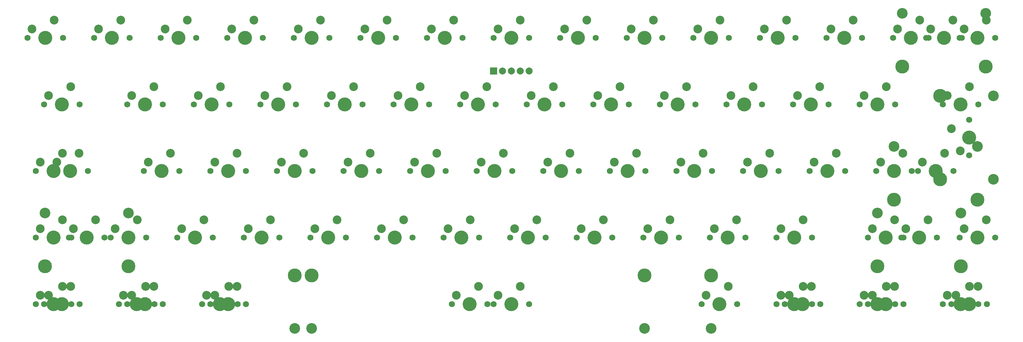
<source format=gbr>
%TF.GenerationSoftware,KiCad,Pcbnew,8.0.1*%
%TF.CreationDate,2025-05-08T03:48:04+09:00*%
%TF.ProjectId,neo60core_rp2040,6e656f36-3063-46f7-9265-5f7270323034,rev?*%
%TF.SameCoordinates,Original*%
%TF.FileFunction,Soldermask,Top*%
%TF.FilePolarity,Negative*%
%FSLAX46Y46*%
G04 Gerber Fmt 4.6, Leading zero omitted, Abs format (unit mm)*
G04 Created by KiCad (PCBNEW 8.0.1) date 2025-05-08 03:48:04*
%MOMM*%
%LPD*%
G01*
G04 APERTURE LIST*
%ADD10C,1.750000*%
%ADD11C,4.000000*%
%ADD12C,2.500000*%
%ADD13C,2.000000*%
%ADD14R,2.000000X2.000000*%
%ADD15C,3.048000*%
%ADD16C,3.987800*%
G04 APERTURE END LIST*
D10*
%TO.C,MX47*%
X154463750Y-90487500D03*
D11*
X159543750Y-90487500D03*
D10*
X164623750Y-90487500D03*
D12*
X155733750Y-87947500D03*
X162083750Y-85407500D03*
%TD*%
D10*
%TO.C,MX27*%
X273526250Y-52387500D03*
D11*
X278606250Y-52387500D03*
D10*
X283686250Y-52387500D03*
D12*
X274796250Y-49847500D03*
X281146250Y-47307500D03*
%TD*%
D10*
%TO.C,MX20*%
X140176250Y-52387500D03*
D11*
X145256250Y-52387500D03*
D10*
X150336250Y-52387500D03*
D12*
X141446250Y-49847500D03*
X147796250Y-47307500D03*
%TD*%
D10*
%TO.C,MX28*%
X297338750Y-52387500D03*
D11*
X302418750Y-52387500D03*
D10*
X307498750Y-52387500D03*
D12*
X298608750Y-49847500D03*
X304958750Y-47307500D03*
%TD*%
D10*
%TO.C,MX35*%
X163988750Y-71437500D03*
D11*
X169068750Y-71437500D03*
D10*
X174148750Y-71437500D03*
D12*
X165258750Y-68897500D03*
X171608750Y-66357500D03*
%TD*%
D10*
%TO.C,MX5*%
X111601250Y-33337500D03*
D11*
X116681250Y-33337500D03*
D10*
X121761250Y-33337500D03*
D12*
X112871250Y-30797500D03*
X119221250Y-28257500D03*
%TD*%
D13*
%TO.C,J1*%
X178911249Y-42862500D03*
X176371250Y-42862500D03*
X173831250Y-42862500D03*
X171291250Y-42862500D03*
D14*
X168751251Y-42862500D03*
%TD*%
D10*
%TO.C,MX44*%
X97313750Y-90487500D03*
D11*
X102393750Y-90487500D03*
D10*
X107473750Y-90487500D03*
D12*
X98583750Y-87947500D03*
X104933750Y-85407500D03*
%TD*%
D10*
%TO.C,MX21*%
X159226250Y-52387500D03*
D11*
X164306250Y-52387500D03*
D10*
X169386250Y-52387500D03*
D12*
X160496250Y-49847500D03*
X166846250Y-47307500D03*
%TD*%
D10*
%TO.C,MX8*%
X168751250Y-33337500D03*
D11*
X173831250Y-33337500D03*
D10*
X178911250Y-33337500D03*
D12*
X170021250Y-30797500D03*
X176371250Y-28257500D03*
%TD*%
D10*
%TO.C,MX69*%
X87788750Y-109537500D03*
D11*
X92868750Y-109537500D03*
D10*
X97948750Y-109537500D03*
D12*
X89058750Y-106997500D03*
X95408750Y-104457500D03*
%TD*%
D10*
%TO.C,MX58*%
X228282500Y-109537500D03*
D11*
X233362500Y-109537500D03*
D10*
X238442500Y-109537500D03*
D12*
X229552500Y-106997500D03*
X235902500Y-104457500D03*
%TD*%
D10*
%TO.C,MX34*%
X144938750Y-71437500D03*
D11*
X150018750Y-71437500D03*
D10*
X155098750Y-71437500D03*
D12*
X146208750Y-68897500D03*
X152558750Y-66357500D03*
%TD*%
D10*
%TO.C,MX31*%
X87788750Y-71437500D03*
D11*
X92868750Y-71437500D03*
D10*
X97948750Y-71437500D03*
D12*
X89058750Y-68897500D03*
X95408750Y-66357500D03*
%TD*%
D10*
%TO.C,MX3*%
X73501250Y-33337500D03*
D11*
X78581250Y-33337500D03*
D10*
X83661250Y-33337500D03*
D12*
X74771250Y-30797500D03*
X81121250Y-28257500D03*
%TD*%
D10*
%TO.C,MX7*%
X149701250Y-33337500D03*
D11*
X154781250Y-33337500D03*
D10*
X159861250Y-33337500D03*
D12*
X150971250Y-30797500D03*
X157321250Y-28257500D03*
%TD*%
D10*
%TO.C,MX60*%
X275907500Y-109537500D03*
D11*
X280987500Y-109537500D03*
D10*
X286067500Y-109537500D03*
D12*
X277177500Y-106997500D03*
X283527500Y-104457500D03*
%TD*%
D10*
%TO.C,MX19*%
X121126250Y-52387500D03*
D11*
X126206250Y-52387500D03*
D10*
X131286250Y-52387500D03*
D12*
X122396250Y-49847500D03*
X128746250Y-47307500D03*
%TD*%
D10*
%TO.C,MX13*%
X264001250Y-33337500D03*
D11*
X269081250Y-33337500D03*
D10*
X274161250Y-33337500D03*
D12*
X265271250Y-30797500D03*
X271621250Y-28257500D03*
%TD*%
D10*
%TO.C,MX46*%
X135413750Y-90487500D03*
D11*
X140493750Y-90487500D03*
D10*
X145573750Y-90487500D03*
D12*
X136683750Y-87947500D03*
X143033750Y-85407500D03*
%TD*%
D10*
%TO.C,MX45*%
X116363750Y-90487500D03*
D11*
X121443750Y-90487500D03*
D10*
X126523750Y-90487500D03*
D12*
X117633750Y-87947500D03*
X123983750Y-85407500D03*
%TD*%
D10*
%TO.C,MX71*%
X273526250Y-109537500D03*
D11*
X278606250Y-109537500D03*
D10*
X283686250Y-109537500D03*
D12*
X274796250Y-106997500D03*
X281146250Y-104457500D03*
%TD*%
D10*
%TO.C,MX48*%
X173513750Y-90487500D03*
D11*
X178593750Y-90487500D03*
D10*
X183673750Y-90487500D03*
D12*
X174783750Y-87947500D03*
X181133750Y-85407500D03*
%TD*%
D10*
%TO.C,MX42*%
X47307500Y-90487500D03*
D11*
X52387500Y-90487500D03*
D10*
X57467500Y-90487500D03*
D12*
X48577500Y-87947500D03*
X54927500Y-85407500D03*
%TD*%
D15*
%TO.C,S41*%
X283337000Y-64452500D03*
D16*
X283337000Y-79662500D03*
D15*
X307213000Y-64452500D03*
D16*
X307213000Y-79662500D03*
%TD*%
D10*
%TO.C,MX4*%
X92551250Y-33337500D03*
D11*
X97631250Y-33337500D03*
D10*
X102711250Y-33337500D03*
D12*
X93821250Y-30797500D03*
X100171250Y-28257500D03*
%TD*%
D15*
%TO.C,S53*%
X278574500Y-83502500D03*
D16*
X278574500Y-98712500D03*
D15*
X302450500Y-83502500D03*
D16*
X302450500Y-98712500D03*
%TD*%
D10*
%TO.C,MX26*%
X254476250Y-52387500D03*
D11*
X259556250Y-52387500D03*
D10*
X264636250Y-52387500D03*
D12*
X255746250Y-49847500D03*
X262096250Y-47307500D03*
%TD*%
D10*
%TO.C,MX73*%
X168751250Y-109537500D03*
D11*
X173831250Y-109537500D03*
D10*
X178911250Y-109537500D03*
D12*
X170021250Y-106997500D03*
X176371250Y-104457500D03*
%TD*%
D10*
%TO.C,MX43*%
X78263750Y-90487500D03*
D11*
X83343750Y-90487500D03*
D10*
X88423750Y-90487500D03*
D12*
X79533750Y-87947500D03*
X85883750Y-85407500D03*
%TD*%
D10*
%TO.C,MX6*%
X130651250Y-33337500D03*
D11*
X135731250Y-33337500D03*
D10*
X140811250Y-33337500D03*
D12*
X131921250Y-30797500D03*
X138271250Y-28257500D03*
%TD*%
D10*
%TO.C,MX32*%
X106838750Y-71437500D03*
D11*
X111918750Y-71437500D03*
D10*
X116998750Y-71437500D03*
D12*
X108108750Y-68897500D03*
X114458750Y-66357500D03*
%TD*%
D10*
%TO.C,MX74*%
X278288751Y-71437500D03*
D11*
X283368750Y-71437500D03*
D10*
X288448749Y-71437500D03*
D12*
X279558750Y-68897500D03*
X285908750Y-66357500D03*
%TD*%
D15*
%TO.C,S57*%
X211925000Y-116522500D03*
D16*
X211925000Y-101312500D03*
D15*
X111925000Y-116522500D03*
D16*
X111925000Y-101312500D03*
%TD*%
D10*
%TO.C,MX17*%
X83026250Y-52387500D03*
D11*
X88106250Y-52387500D03*
D10*
X93186250Y-52387500D03*
D12*
X84296250Y-49847500D03*
X90646250Y-47307500D03*
%TD*%
D10*
%TO.C,MX10*%
X206851250Y-33337500D03*
D11*
X211931250Y-33337500D03*
D10*
X217011250Y-33337500D03*
D12*
X208121250Y-30797500D03*
X214471250Y-28257500D03*
%TD*%
D15*
%TO.C,S2*%
X311785000Y-49974500D03*
D16*
X296575000Y-49974500D03*
D15*
X311785000Y-73850500D03*
D16*
X296575000Y-73850500D03*
%TD*%
D10*
%TO.C,MX75*%
X304800000Y-66992499D03*
D11*
X304800000Y-61912500D03*
D10*
X304800000Y-56832501D03*
D12*
X302260000Y-65722500D03*
X299720000Y-59372500D03*
%TD*%
D10*
%TO.C,MX59*%
X252095000Y-109537500D03*
D11*
X257175000Y-109537500D03*
D10*
X262255000Y-109537500D03*
D12*
X253365000Y-106997500D03*
X259715000Y-104457500D03*
%TD*%
D10*
%TO.C,MX15*%
X40163750Y-52387500D03*
D11*
X45243750Y-52387500D03*
D10*
X50323750Y-52387500D03*
D12*
X41433750Y-49847500D03*
X47783750Y-47307500D03*
%TD*%
D10*
%TO.C,MX9*%
X187801250Y-33337500D03*
D11*
X192881250Y-33337500D03*
D10*
X197961250Y-33337500D03*
D12*
X189071250Y-30797500D03*
X195421250Y-28257500D03*
%TD*%
D10*
%TO.C,MX55*%
X61595000Y-109537500D03*
D11*
X66675000Y-109537500D03*
D10*
X71755000Y-109537500D03*
D12*
X62865000Y-106997500D03*
X69215000Y-104457500D03*
%TD*%
D10*
%TO.C,MX56*%
X85407500Y-109537500D03*
D11*
X90487500Y-109537500D03*
D10*
X95567500Y-109537500D03*
D12*
X86677500Y-106997500D03*
X93027500Y-104457500D03*
%TD*%
D10*
%TO.C,MX77*%
X59213750Y-90487500D03*
D11*
X64293750Y-90487500D03*
D10*
X69373750Y-90487500D03*
D12*
X60483750Y-87947500D03*
X66833750Y-85407500D03*
%TD*%
D10*
%TO.C,MX61*%
X299720000Y-109537500D03*
D11*
X304800000Y-109537500D03*
D10*
X309880000Y-109537500D03*
D12*
X300990000Y-106997500D03*
X307340000Y-104457500D03*
%TD*%
D10*
%TO.C,MX50*%
X211613750Y-90487500D03*
D11*
X216693750Y-90487500D03*
D10*
X221773750Y-90487500D03*
D12*
X212883750Y-87947500D03*
X219233750Y-85407500D03*
%TD*%
D10*
%TO.C,MX25*%
X235426250Y-52387500D03*
D11*
X240506250Y-52387500D03*
D10*
X245586250Y-52387500D03*
D12*
X236696250Y-49847500D03*
X243046250Y-47307500D03*
%TD*%
D10*
%TO.C,MX41*%
X290195000Y-71437500D03*
D11*
X295275000Y-71437500D03*
D10*
X300355000Y-71437500D03*
D12*
X291465000Y-68897500D03*
X297815000Y-66357500D03*
%TD*%
D10*
%TO.C,MX66*%
X302101250Y-90487500D03*
D11*
X307181250Y-90487500D03*
D10*
X312261250Y-90487500D03*
D12*
X303371250Y-87947500D03*
X309721250Y-85407500D03*
%TD*%
D15*
%TO.C,S1*%
X230981250Y-116522499D03*
D16*
X230981250Y-101312500D03*
D15*
X116681250Y-116522499D03*
D16*
X116681250Y-101312500D03*
%TD*%
D10*
%TO.C,MX36*%
X183038750Y-71437500D03*
D11*
X188118750Y-71437500D03*
D10*
X193198750Y-71437500D03*
D12*
X184308750Y-68897500D03*
X190658750Y-66357500D03*
%TD*%
D10*
%TO.C,MX65*%
X37782500Y-71437500D03*
D11*
X42862500Y-71437500D03*
D10*
X47942500Y-71437500D03*
D12*
X39052500Y-68897500D03*
X45402500Y-66357500D03*
%TD*%
D10*
%TO.C,MX24*%
X216376250Y-52387500D03*
D11*
X221456250Y-52387500D03*
D10*
X226536250Y-52387500D03*
D12*
X217646250Y-49847500D03*
X223996250Y-47307500D03*
%TD*%
D10*
%TO.C,MX12*%
X244951250Y-33337500D03*
D11*
X250031250Y-33337500D03*
D10*
X255111250Y-33337500D03*
D12*
X246221250Y-30797500D03*
X252571250Y-28257500D03*
%TD*%
D10*
%TO.C,MX53*%
X285432500Y-90487500D03*
D11*
X290512500Y-90487500D03*
D10*
X295592500Y-90487500D03*
D12*
X286702500Y-87947500D03*
X293052500Y-85407500D03*
%TD*%
D10*
%TO.C,MX11*%
X225901250Y-33337500D03*
D11*
X230981250Y-33337500D03*
D10*
X236061250Y-33337500D03*
D12*
X227171250Y-30797500D03*
X233521250Y-28257500D03*
%TD*%
D10*
%TO.C,MX2*%
X54451250Y-33337500D03*
D11*
X59531250Y-33337500D03*
D10*
X64611250Y-33337500D03*
D12*
X55721250Y-30797500D03*
X62071250Y-28257500D03*
%TD*%
D10*
%TO.C,MX54*%
X37782500Y-109537500D03*
D11*
X42862500Y-109537500D03*
D10*
X47942500Y-109537500D03*
D12*
X39052500Y-106997500D03*
X45402500Y-104457500D03*
%TD*%
D10*
%TO.C,MX76*%
X37782500Y-90487500D03*
D11*
X42862500Y-90487500D03*
D10*
X47942500Y-90487500D03*
D12*
X39052500Y-87947500D03*
X45402500Y-85407500D03*
%TD*%
D10*
%TO.C,MX33*%
X125888750Y-71437500D03*
D11*
X130968750Y-71437500D03*
D10*
X136048750Y-71437500D03*
D12*
X127158750Y-68897500D03*
X133508750Y-66357500D03*
%TD*%
D10*
%TO.C,MX72*%
X297338750Y-109537500D03*
D11*
X302418750Y-109537500D03*
D10*
X307498750Y-109537500D03*
D12*
X298608750Y-106997500D03*
X304958750Y-104457500D03*
%TD*%
D10*
%TO.C,MX23*%
X197326250Y-52387500D03*
D11*
X202406250Y-52387500D03*
D10*
X207486250Y-52387500D03*
D12*
X198596250Y-49847500D03*
X204946250Y-47307500D03*
%TD*%
D10*
%TO.C,MX52*%
X249713750Y-90487500D03*
D11*
X254793750Y-90487500D03*
D10*
X259873750Y-90487500D03*
D12*
X250983750Y-87947500D03*
X257333750Y-85407500D03*
%TD*%
D10*
%TO.C,MX37*%
X202088750Y-71437500D03*
D11*
X207168750Y-71437500D03*
D10*
X212248750Y-71437500D03*
D12*
X203358750Y-68897500D03*
X209708750Y-66357500D03*
%TD*%
D10*
%TO.C,MX16*%
X63976250Y-52387500D03*
D11*
X69056250Y-52387500D03*
D10*
X74136250Y-52387500D03*
D12*
X65246250Y-49847500D03*
X71596250Y-47307500D03*
%TD*%
D10*
%TO.C,MX51*%
X230663750Y-90487500D03*
D11*
X235743750Y-90487500D03*
D10*
X240823750Y-90487500D03*
D12*
X231933750Y-87947500D03*
X238283750Y-85407500D03*
%TD*%
D10*
%TO.C,MX39*%
X240188750Y-71437500D03*
D11*
X245268750Y-71437500D03*
D10*
X250348750Y-71437500D03*
D12*
X241458750Y-68897500D03*
X247808750Y-66357500D03*
%TD*%
D10*
%TO.C,MX62*%
X275907500Y-90487500D03*
D11*
X280987500Y-90487500D03*
D10*
X286067500Y-90487500D03*
D12*
X277177500Y-87947500D03*
X283527500Y-85407500D03*
%TD*%
D10*
%TO.C,MX38*%
X221138750Y-71437500D03*
D11*
X226218750Y-71437500D03*
D10*
X231298750Y-71437500D03*
D12*
X222408750Y-68897500D03*
X228758750Y-66357500D03*
%TD*%
D10*
%TO.C,MX1*%
X35401250Y-33337500D03*
D11*
X40481250Y-33337500D03*
D10*
X45561250Y-33337500D03*
D12*
X36671250Y-30797500D03*
X43021250Y-28257500D03*
%TD*%
D10*
%TO.C,MX40*%
X259238750Y-71437500D03*
D11*
X264318750Y-71437500D03*
D10*
X269398750Y-71437500D03*
D12*
X260508750Y-68897500D03*
X266858750Y-66357500D03*
%TD*%
D10*
%TO.C,MX18*%
X102076250Y-52387500D03*
D11*
X107156250Y-52387500D03*
D10*
X112236250Y-52387500D03*
D12*
X103346250Y-49847500D03*
X109696250Y-47307500D03*
%TD*%
D10*
%TO.C,MX70*%
X249713750Y-109537500D03*
D11*
X254793750Y-109537500D03*
D10*
X259873750Y-109537500D03*
D12*
X250983750Y-106997500D03*
X257333750Y-104457500D03*
%TD*%
D15*
%TO.C,S14*%
X285718250Y-26352500D03*
D16*
X285718250Y-41562500D03*
D15*
X309594250Y-26352500D03*
D16*
X309594250Y-41562500D03*
%TD*%
D15*
%TO.C,S42*%
X40449500Y-83502500D03*
D16*
X40449500Y-98712500D03*
D15*
X64325500Y-83502500D03*
D16*
X64325500Y-98712500D03*
%TD*%
D10*
%TO.C,MX49*%
X192563750Y-90487500D03*
D11*
X197643750Y-90487500D03*
D10*
X202723750Y-90487500D03*
D12*
X193833750Y-87947500D03*
X200183750Y-85407500D03*
%TD*%
D10*
%TO.C,MX29*%
X42545000Y-71437500D03*
D11*
X47625000Y-71437500D03*
D10*
X52705000Y-71437500D03*
D12*
X43815000Y-68897500D03*
X50165000Y-66357500D03*
%TD*%
D10*
%TO.C,MX57*%
X156845000Y-109537500D03*
D11*
X161925000Y-109537500D03*
D10*
X167005000Y-109537500D03*
D12*
X158115000Y-106997500D03*
X164465000Y-104457500D03*
%TD*%
D10*
%TO.C,MX68*%
X63976250Y-109537500D03*
D11*
X69056250Y-109537500D03*
D10*
X74136250Y-109537500D03*
D12*
X65246250Y-106997500D03*
X71596250Y-104457500D03*
%TD*%
D10*
%TO.C,MX30*%
X68738750Y-71437500D03*
D11*
X73818750Y-71437500D03*
D10*
X78898750Y-71437500D03*
D12*
X70008750Y-68897500D03*
X76358750Y-66357500D03*
%TD*%
D10*
%TO.C,MX63*%
X283051250Y-33337500D03*
D11*
X288131250Y-33337500D03*
D10*
X293211250Y-33337500D03*
D12*
X284321250Y-30797500D03*
X290671250Y-28257500D03*
%TD*%
D10*
%TO.C,MX67*%
X40163750Y-109537500D03*
D11*
X45243750Y-109537500D03*
D10*
X50323750Y-109537500D03*
D12*
X41433750Y-106997500D03*
X47783750Y-104457500D03*
%TD*%
D10*
%TO.C,MX22*%
X178276250Y-52387500D03*
D11*
X183356250Y-52387500D03*
D10*
X188436250Y-52387500D03*
D12*
X179546250Y-49847500D03*
X185896250Y-47307500D03*
%TD*%
D10*
%TO.C,MX14*%
X292576250Y-33337500D03*
D11*
X297656250Y-33337500D03*
D10*
X302736250Y-33337500D03*
D12*
X293846250Y-30797500D03*
X300196250Y-28257500D03*
%TD*%
D10*
%TO.C,MX64*%
X302101250Y-33337500D03*
D11*
X307181250Y-33337500D03*
D10*
X312261250Y-33337500D03*
D12*
X303371250Y-30797500D03*
X309721250Y-28257500D03*
%TD*%
M02*

</source>
